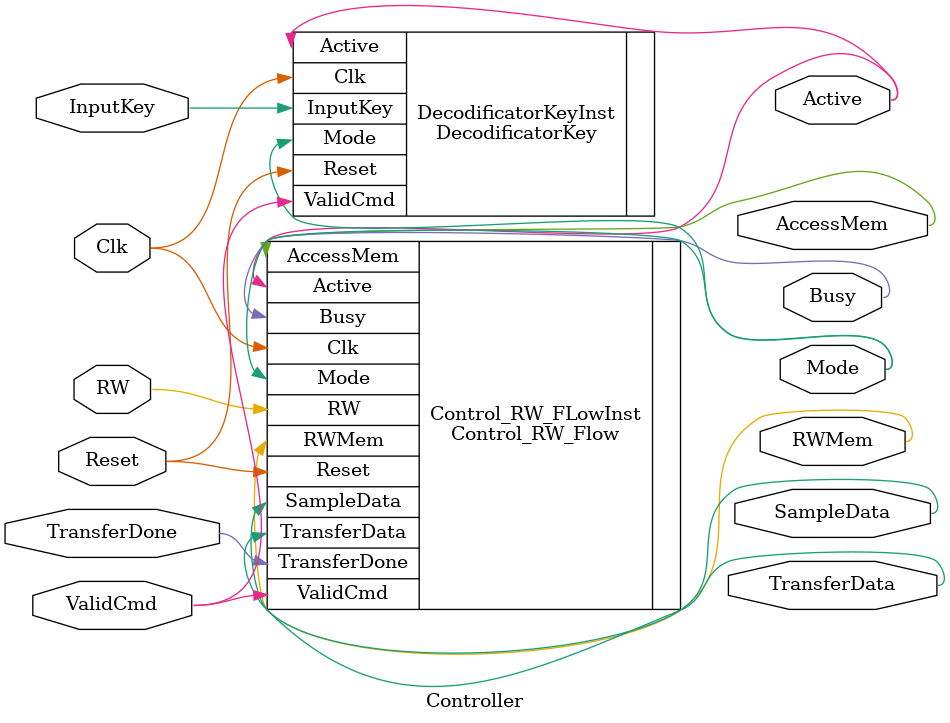
<source format=v>
module Controller(input Clk,
                  input Reset,
                  input ValidCmd,
                  input RW,
                  input InputKey,
                  input TransferDone,
                  
                  output Busy,
                  output Active,
                  output Mode,
                  //Acces Memory
                  output AccessMem,
                  output RWMem,
                  //Control Tranceiver
                  output SampleData,
                  output TransferData);


    DecodificatorKey DecodificatorKeyInst(.Clk(Clk),
                                          .Reset(Reset),
                                          .ValidCmd(ValidCmd),
                                          .InputKey(InputKey),
                                          .Active(Active),
                                          .Mode(Mode));


    Control_RW_Flow Control_RW_FLowInst(.Clk(Clk),
                                        .Reset(Reset),
                                        .RW(RW),
                                        .ValidCmd(ValidCmd),
                                        .TransferDone(TransferDone),
                                        .Busy(Busy),
                                        .Active(Active),
                                        .Mode(Mode),
                                        .AccessMem(AccessMem),
                                        .RWMem(RWMem),
                                        .SampleData(SampleData),
                                        .TransferData(TransferData));


endmodule
</source>
